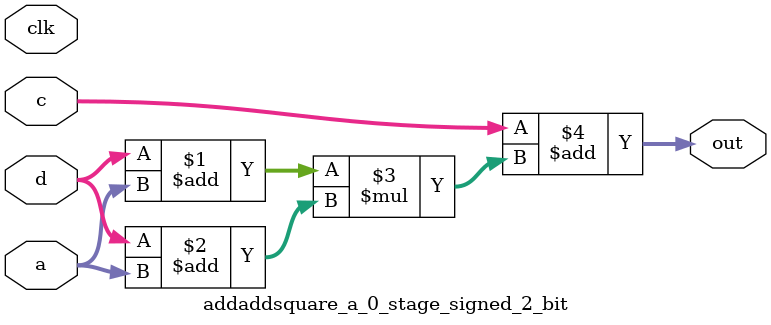
<source format=sv>
(* use_dsp = "yes" *) module addaddsquare_a_0_stage_signed_2_bit(
	input signed [1:0] a,
	input signed [1:0] c,
	input signed [1:0] d,
	output [1:0] out,
	input clk);

	assign out = c + ((d + a) * (d + a));
endmodule

</source>
